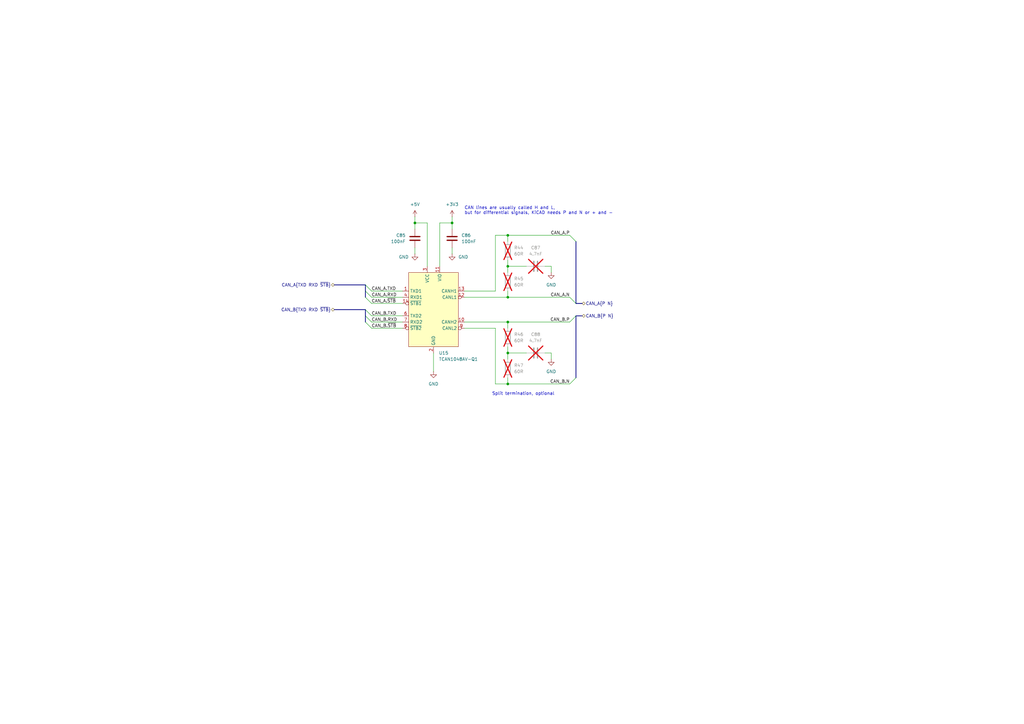
<source format=kicad_sch>
(kicad_sch (version 20231120) (generator "eeschema") (generator_version "8.0")
  (paper "A3")
  (title_block (title "CAN PHY - NO TERMINATION") (date "2024-08-28") (rev "1") (company "Magnus Oksbøl Therkelsen") (comment 1 "Author: Magnus Oksbøl Therkelsen") (comment 2 "Checked by: "))
  (lib_symbols
    (symbol "Device:C" (pin_numbers hide) (pin_names (offset 0.254))
      (property "Reference" "C" (at 0.635 2.54 0))
      (property "Value" "C" (at 0.635 -2.54 0))
      (symbol "C_0_1"
        (polyline (pts (xy -2.032 -0.762) (xy 2.032 -0.762)) (stroke (width 0.508)))
        (polyline (pts (xy -2.032 0.762) (xy 2.032 0.762)) (stroke (width 0.508)))
      )
      (symbol "C_1_1"
        (pin passive line (at 0 3.81 270) (length 2.794) (name "~") (number "1"))
        (pin passive line (at 0 -3.81 90) (length 2.794) (name "~") (number "2"))
      )
    )
    (symbol "Device:R" (pin_numbers hide) (pin_names (offset 0))
      (property "Reference" "R" (at 2.032 0 90))
      (property "Value" "R" (at 0 0 90))
      (symbol "R_0_1"
        (rectangle (start -1.016 -2.54) (end 1.016 2.54) (stroke (width 0.254)))
      )
      (symbol "R_1_1"
        (pin passive line (at 0 3.81 270) (length 1.27) (name "~") (number "1"))
        (pin passive line (at 0 -3.81 90) (length 1.27) (name "~") (number "2"))
      )
    )
    (symbol "cubesat_rp2040:TCAN1048AV-Q1"
      (property "Reference" "U" (at -10.16 17.78 0))
      (property "Value" "TCAN1048AV-Q1" (at 10.414 -17.78 0))
      (symbol "TCAN1048AV-Q1_0_0"
        (pin input line (at -12.7 7.62 0) (length 2.54) (name "TXD1") (number "1"))
        (pin bidirectional line (at 12.7 -5.08 180) (length 2.54) (name "CANH2") (number "10"))
        (pin power_in line (at 2.54 17.78 270) (length 2.54) (name "VIO") (number "11"))
        (pin bidirectional line (at 12.7 7.62 180) (length 2.54) (name "CANH1") (number "13"))
        (pin power_in line (at -2.54 17.78 270) (length 2.54) (name "VCC") (number "3"))
        (pin output line (at -12.7 5.08 0) (length 2.54) (name "RXD1") (number "4"))
        (pin power_in line (at 0 -17.78 90) (length 2.54) hide (name "GND") (number "5"))
        (pin input line (at -12.7 -2.54 0) (length 2.54) (name "TXD2") (number "6"))
        (pin output line (at -12.7 -5.08 0) (length 2.54) (name "RXD2") (number "7"))
        (pin bidirectional inverted (at 12.7 -7.62 180) (length 2.54) (name "CANL2") (number "9"))
      )
      (symbol "TCAN1048AV-Q1_1_0"
        (pin bidirectional inverted (at 12.7 5.08 180) (length 2.54) (name "CANL1") (number "12"))
        (pin input inverted (at -12.7 2.54 0) (length 2.54) (name "~{STB1}") (number "14"))
        (pin passive line (at 0 -17.78 90) (length 2.54) hide (name "EP") (number "15"))
        (pin power_in line (at 0 -17.78 90) (length 2.54) (name "GND") (number "2"))
        (pin input inverted (at -12.7 -7.62 0) (length 2.54) (name "~{STB2}") (number "8"))
      )
      (symbol "TCAN1048AV-Q1_1_1"
        (rectangle (start -10.16 15.24) (end 10.16 -15.24) (fill (type background)))
      )
    )
    (symbol "power:+3V3" (power) (pin_numbers hide) (pin_names (offset 0) hide)
      (property "Value" "+3V3" (at 0 3.556 0))
      (symbol "+3V3_0_1"
        (polyline (pts (xy -0.762 1.27) (xy 0 2.54)))
        (polyline (pts (xy 0 0) (xy 0 2.54)))
        (polyline (pts (xy 0 2.54) (xy 0.762 1.27)))
      )
      (symbol "+3V3_1_1"
        (pin power_in line (at 0 0 90) (length 0) (name "~") (number "1"))
      )
    )
    (symbol "power:+5V" (power) (pin_numbers hide) (pin_names (offset 0) hide)
      (property "Value" "+5V" (at 0 3.556 0))
      (symbol "+5V_0_1"
        (polyline (pts (xy -0.762 1.27) (xy 0 2.54)))
        (polyline (pts (xy 0 0) (xy 0 2.54)))
        (polyline (pts (xy 0 2.54) (xy 0.762 1.27)))
      )
      (symbol "+5V_1_1"
        (pin power_in line (at 0 0 90) (length 0) (name "~") (number "1"))
      )
    )
    (symbol "power:GND" (power) (pin_numbers hide) (pin_names (offset 0) hide)
      (property "Value" "GND" (at 0 -3.81 0))
      (symbol "GND_0_1"
        (polyline (pts (xy 0 0) (xy 0 -1.27) (xy 1.27 -1.27) (xy 0 -2.54) (xy -1.27 -1.27) (xy 0 -1.27)))
      )
      (symbol "GND_1_1"
        (pin power_in line (at 0 0 270) (length 0) (name "~") (number "1"))
      )
    )
  )
  (junction (at 208.28 121.92))
  (junction (at 170.18 91.44))
  (junction (at 208.28 157.48))
  (junction (at 208.28 144.78))
  (junction (at 208.28 96.52))
  (junction (at 185.42 91.44))
  (junction (at 208.28 109.22))
  (junction (at 208.28 132.08))
  (bus_entry (at 152.4 134.62) (size -2.54 -2.54))
  (bus_entry (at 233.68 132.08) (size 2.54 -2.54))
  (bus_entry (at 152.4 129.54) (size -2.54 -2.54))
  (bus_entry (at 233.68 121.92) (size 2.54 2.54))
  (bus_entry (at 233.68 96.52) (size 2.54 2.54))
  (bus_entry (at 233.68 157.48) (size 2.54 -2.54))
  (bus_entry (at 152.4 119.38) (size -2.54 -2.54))
  (bus_entry (at 152.4 132.08) (size -2.54 -2.54))
  (bus_entry (at 152.4 121.92) (size -2.54 -2.54))
  (bus_entry (at 152.4 124.46) (size -2.54 -2.54))
  (wire (pts (xy 180.34 91.44) (xy 180.34 109.22)))
  (wire (pts (xy 208.28 142.24) (xy 208.28 144.78)))
  (wire (pts (xy 152.4 132.08) (xy 165.1 132.08)))
  (wire (pts (xy 180.34 91.44) (xy 185.42 91.44)))
  (wire (pts (xy 208.28 109.22) (xy 208.28 111.76)))
  (wire (pts (xy 226.06 144.78) (xy 226.06 147.32)))
  (wire (pts (xy 175.26 91.44) (xy 175.26 109.22)))
  (wire (pts (xy 170.18 88.9) (xy 170.18 91.44)))
  (wire (pts (xy 203.2 119.38) (xy 203.2 96.52)))
  (wire (pts (xy 208.28 144.78) (xy 208.28 147.32)))
  (wire (pts (xy 190.5 119.38) (xy 203.2 119.38)))
  (bus (pts (xy 137.16 116.84) (xy 149.86 116.84)))
  (wire (pts (xy 185.42 91.44) (xy 185.42 93.98)))
  (wire (pts (xy 185.42 88.9) (xy 185.42 91.44)))
  (wire (pts (xy 208.28 121.92) (xy 233.68 121.92)))
  (wire (pts (xy 152.4 119.38) (xy 165.1 119.38)))
  (wire (pts (xy 208.28 96.52) (xy 208.28 99.06)))
  (bus (pts (xy 236.22 129.54) (xy 236.22 154.94)))
  (wire (pts (xy 152.4 121.92) (xy 165.1 121.92)))
  (wire (pts (xy 208.28 157.48) (xy 233.68 157.48)))
  (wire (pts (xy 223.52 144.78) (xy 226.06 144.78)))
  (wire (pts (xy 203.2 157.48) (xy 203.2 134.62)))
  (wire (pts (xy 152.4 129.54) (xy 165.1 129.54)))
  (bus (pts (xy 149.86 132.08) (xy 149.86 129.54)))
  (bus (pts (xy 149.86 121.92) (xy 149.86 119.38)))
  (bus (pts (xy 236.22 99.06) (xy 236.22 124.46)))
  (wire (pts (xy 203.2 134.62) (xy 190.5 134.62)))
  (wire (pts (xy 208.28 96.52) (xy 233.68 96.52)))
  (wire (pts (xy 203.2 96.52) (xy 208.28 96.52)))
  (bus (pts (xy 137.16 127) (xy 149.86 127)))
  (wire (pts (xy 170.18 101.6) (xy 170.18 104.14)))
  (bus (pts (xy 149.86 119.38) (xy 149.86 116.84)))
  (wire (pts (xy 190.5 132.08) (xy 208.28 132.08)))
  (wire (pts (xy 208.28 132.08) (xy 208.28 134.62)))
  (wire (pts (xy 208.28 106.68) (xy 208.28 109.22)))
  (wire (pts (xy 208.28 119.38) (xy 208.28 121.92)))
  (wire (pts (xy 152.4 134.62) (xy 165.1 134.62)))
  (bus (pts (xy 149.86 129.54) (xy 149.86 127)))
  (wire (pts (xy 226.06 109.22) (xy 226.06 111.76)))
  (wire (pts (xy 203.2 157.48) (xy 208.28 157.48)))
  (wire (pts (xy 177.8 144.78) (xy 177.8 152.4)))
  (bus (pts (xy 236.22 129.54) (xy 238.76 129.54)))
  (wire (pts (xy 208.28 144.78) (xy 215.9 144.78)))
  (wire (pts (xy 208.28 109.22) (xy 215.9 109.22)))
  (wire (pts (xy 170.18 91.44) (xy 175.26 91.44)))
  (wire (pts (xy 152.4 124.46) (xy 165.1 124.46)))
  (wire (pts (xy 185.42 101.6) (xy 185.42 104.14)))
  (wire (pts (xy 190.5 121.92) (xy 208.28 121.92)))
  (wire (pts (xy 223.52 109.22) (xy 226.06 109.22)))
  (wire (pts (xy 208.28 154.94) (xy 208.28 157.48)))
  (wire (pts (xy 170.18 91.44) (xy 170.18 93.98)))
  (bus (pts (xy 236.22 124.46) (xy 238.76 124.46)))
  (wire (pts (xy 208.28 132.08) (xy 233.68 132.08)))
  (text "Split termination, optional" (at 214.63 161.544 0) (effects (font (size 1.27 1.27))))
  (text "CAN lines are usually called H and L, \nbut for differential signals, KiCAD needs P and N or + and -" (exclude_from_sim yes) (at 190.5 86.36 0) (effects (font (size 1.27 1.27)) (justify left)))
  (label "CAN_B.N" (at 233.68 157.48 180))
  (label "CAN_B.TXD" (at 152.4 129.54 0))
  (label "CAN_A.~{STB}" (at 152.4 124.46 0))
  (label "CAN_A.P" (at 233.68 96.52 180))
  (label "CAN_B.~{STB}" (at 152.4 134.62 0))
  (label "CAN_A.N" (at 233.68 121.92 180))
  (label "CAN_B.P" (at 233.68 132.08 180))
  (label "CAN_B.RXD" (at 152.4 132.08 0))
  (label "CAN_A.TXD" (at 152.4 119.38 0))
  (label "CAN_A.RXD" (at 152.4 121.92 0))
  (hierarchical_label "CAN_A{TXD RXD ~{STB}}" (shape bidirectional) (at 137.16 116.84 180))
  (hierarchical_label "CAN_B{P N}" (shape bidirectional) (at 238.76 129.54 0))
  (hierarchical_label "CAN_A{P N}" (shape bidirectional) (at 238.76 124.46 0))
  (hierarchical_label "CAN_B{TXD RXD ~{STB}}" (shape bidirectional) (at 137.16 127 180))
  (symbol (lib_id "power:GND") (at 185.42 104.14 0) (unit 1)
    (property "Reference" "#PWR090" (effects (hide yes)))
    (property "Value" "GND" (at 187.96 105.4099 0) (effects (justify left)))
    (property "Description" "Power symbol creates a global label with name \"GND\" , ground" (effects (hide yes)))
    (instances (project "cubesat_rp2040" (path "" (reference "#PWR083") (unit 1)) (path "" (reference "#PWR090") (unit 1)) (path "" (reference "#PWR076") (unit 1))))
  )
  (symbol (lib_id "Device:R") (at 208.28 151.13 180) (unit 1) (dnp yes)
    (property "Reference" "R51" (at 210.82 149.8599 0) (effects (justify right)))
    (property "Value" "60R" (at 210.82 152.3999 0) (effects (justify right)))
    (property "Footprint" "cubesat_rp2040:R_0402_1005Metric" (effects (hide yes)))
    (property "Description" "Resistor" (effects (hide yes)))
    (property "Manufacturer_Name" "UNI-ROYAL(Uniroyal Elec)" (effects (hide yes)))
    (property "Manufacturer_Part_Number" "0402WGF604JTCE" (effects (hide yes)))
    (property "MANUFACTURER" "Vishay" (effects (hide yes)))
    (property "LCSC_Part_Number" "C60310" (effects (hide yes)))
    (instances (project "cubesat_rp2040" (path "" (reference "R47") (unit 1)) (path "" (reference "R51") (unit 1)) (path "" (reference "R43") (unit 1))))
  )
  (symbol (lib_id "power:+5V") (at 170.18 88.9 0) (unit 1)
    (property "Reference" "#PWR086" (effects (hide yes)))
    (property "Value" "+5V" (at 170.18 83.82 0))
    (property "Description" "Power symbol creates a global label with name \"+5V\"" (effects (hide yes)))
    (instances (project "cubesat_rp2040" (path "" (reference "#PWR079") (unit 1)) (path "" (reference "#PWR086") (unit 1)) (path "" (reference "#PWR072") (unit 1))))
  )
  (symbol (lib_id "power:GND") (at 170.18 104.14 0) (unit 1)
    (property "Reference" "#PWR087" (effects (hide yes)))
    (property "Value" "GND" (at 167.64 105.4099 0) (effects (justify right)))
    (property "Description" "Power symbol creates a global label with name \"GND\" , ground" (effects (hide yes)))
    (instances (project "cubesat_rp2040" (path "" (reference "#PWR080") (unit 1)) (path "" (reference "#PWR087") (unit 1)) (path "" (reference "#PWR073") (unit 1))))
  )
  (symbol (lib_id "Device:C") (at 170.18 97.79 0) (unit 1)
    (property "Reference" "C89" (at 166.37 96.5199 0) (effects (justify right)))
    (property "Value" "100nF" (at 166.37 99.0599 0) (effects (justify right)))
    (property "Footprint" "cubesat_rp2040:C_0402_1005Metric" (effects (hide yes)))
    (property "Description" "Unpolarized capacitor" (effects (hide yes)))
    (property "Manufacturer_Name" "Samsung Electro-Mechanics" (effects (hide yes)))
    (property "Manufacturer_Part_Number" "CL05B104KB5NNNC" (effects (hide yes)))
    (property "MANUFACTURER" "Samsung Electro-Mechanics" (effects (hide yes)))
    (property "LCSC_Part_Number" "C960916" (effects (hide yes)))
    (instances (project "cubesat_rp2040" (path "" (reference "C85") (unit 1)) (path "" (reference "C89") (unit 1)) (path "" (reference "C81") (unit 1))))
  )
  (symbol (lib_id "Device:R") (at 208.28 102.87 0) (unit 1) (dnp yes)
    (property "Reference" "R48" (at 210.82 101.5999 0) (effects (justify left)))
    (property "Value" "60R" (at 210.82 104.1399 0) (effects (justify left)))
    (property "Footprint" "cubesat_rp2040:R_0402_1005Metric" (effects (hide yes)))
    (property "Description" "Resistor" (effects (hide yes)))
    (property "Manufacturer_Name" "UNI-ROYAL(Uniroyal Elec)" (effects (hide yes)))
    (property "Manufacturer_Part_Number" "0402WGF604JTCE" (effects (hide yes)))
    (property "MANUFACTURER" "Vishay" (effects (hide yes)))
    (property "LCSC_Part_Number" "C60310" (effects (hide yes)))
    (instances (project "cubesat_rp2040" (path "" (reference "R44") (unit 1)) (path "" (reference "R48") (unit 1)) (path "" (reference "R40") (unit 1))))
  )
  (symbol (lib_id "power:+3V3") (at 185.42 88.9 0) (unit 1)
    (property "Reference" "#PWR089" (effects (hide yes)))
    (property "Value" "+3V3" (at 185.42 83.82 0))
    (property "Description" "Power symbol creates a global label with name \"+3V3\"" (effects (hide yes)))
    (instances (project "cubesat_rp2040" (path "" (reference "#PWR082") (unit 1)) (path "" (reference "#PWR089") (unit 1)) (path "" (reference "#PWR075") (unit 1))))
  )
  (symbol (lib_id "Device:C") (at 185.42 97.79 0) (unit 1)
    (property "Reference" "C90" (at 189.23 96.5199 0) (effects (justify left)))
    (property "Value" "100nF" (at 189.23 99.0599 0) (effects (justify left)))
    (property "Footprint" "cubesat_rp2040:C_0402_1005Metric" (effects (hide yes)))
    (property "Description" "Unpolarized capacitor" (effects (hide yes)))
    (property "Manufacturer_Name" "Samsung Electro-Mechanics" (effects (hide yes)))
    (property "Manufacturer_Part_Number" "CL05B104KB5NNNC" (effects (hide yes)))
    (property "MANUFACTURER" "Samsung Electro-Mechanics" (effects (hide yes)))
    (property "LCSC_Part_Number" "C960916" (effects (hide yes)))
    (instances (project "cubesat_rp2040" (path "" (reference "C86") (unit 1)) (path "" (reference "C90") (unit 1)) (path "" (reference "C82") (unit 1))))
  )
  (symbol (lib_id "cubesat_rp2040:TCAN1048AV-Q1") (at 177.8 127 0) (unit 1)
    (property "Reference" "U16" (at 179.9941 144.78 0) (effects (justify left)))
    (property "Value" "TCAN1048AV-Q1" (at 179.9941 147.32 0) (effects (justify left)))
    (property "Footprint" "cubesat_rp2040:SOT1086-2_HVSON14_4.5x3x0.85mm_P0.65mm" (effects (hide yes)))
    (property "Datasheet" "https://www.ti.com/document-viewer/TCAN1048AV-Q1/datasheet" (effects (hide yes)))
    (property "Description" "TCAN104xAV-Q1 Automotive Dual CAN FD Transceiver with 1.8-V I/O Support and Standby Mode" (effects (hide yes)))
    (property "LCSC_Part_Number" "C5215834" (effects (hide yes)))
    (property "Manufacturer_Name" "Texas Instruments" (effects (hide yes)))
    (property "Manufacturer_Part_Number" "TCAN1048AVDMTRQ1" (effects (hide yes)))
    (instances (project "cubesat_rp2040" (path "" (reference "U15") (unit 1)) (path "" (reference "U16") (unit 1)) (path "" (reference "U14") (unit 1))))
  )
  (symbol (lib_id "Device:C") (at 219.71 109.22 270) (unit 1) (dnp yes)
    (property "Reference" "C91" (at 219.71 101.6 90))
    (property "Value" "4.7nF" (at 219.71 104.14 90))
    (property "Footprint" "cubesat_rp2040:C_0402_1005Metric" (effects (hide yes)))
    (property "Description" "Unpolarized capacitor" (effects (hide yes)))
    (property "MANUFACTURER" "Samsung Electro-Mechanics" (effects (hide yes)))
    (property "Manufacturer_Name" "Samsung Electro-Mechanics" (effects (hide yes)))
    (property "Manufacturer_Part_Number" "CL05B472KB5NNNC" (effects (hide yes)))
    (property "LCSC_Part_Number" "C84705" (effects (hide yes)))
    (instances (project "cubesat_rp2040" (path "" (reference "C87") (unit 1)) (path "" (reference "C91") (unit 1)) (path "" (reference "C83") (unit 1))))
  )
  (symbol (lib_id "power:GND") (at 177.8 152.4 0) (unit 1)
    (property "Reference" "#PWR088" (effects (hide yes)))
    (property "Value" "GND" (at 177.8 157.48 0))
    (property "Description" "Power symbol creates a global label with name \"GND\" , ground" (effects (hide yes)))
    (instances (project "cubesat_rp2040" (path "" (reference "#PWR081") (unit 1)) (path "" (reference "#PWR088") (unit 1)) (path "" (reference "#PWR074") (unit 1))))
  )
  (symbol (lib_id "Device:C") (at 219.71 144.78 270) (unit 1) (dnp yes)
    (property "Reference" "C92" (at 219.71 137.16 90))
    (property "Value" "4.7nF" (at 219.71 139.7 90))
    (property "Footprint" "cubesat_rp2040:C_0402_1005Metric" (effects (hide yes)))
    (property "Description" "Unpolarized capacitor" (effects (hide yes)))
    (property "MANUFACTURER" "Samsung Electro-Mechanics" (effects (hide yes)))
    (property "Manufacturer_Name" "Samsung Electro-Mechanics" (effects (hide yes)))
    (property "Manufacturer_Part_Number" "CL05B472KB5NNNC" (effects (hide yes)))
    (property "LCSC_Part_Number" "C84705" (effects (hide yes)))
    (instances (project "cubesat_rp2040" (path "" (reference "C88") (unit 1)) (path "" (reference "C92") (unit 1)) (path "" (reference "C84") (unit 1))))
  )
  (symbol (lib_id "power:GND") (at 226.06 111.76 0) (unit 1)
    (property "Reference" "#PWR091" (effects (hide yes)))
    (property "Value" "GND" (at 226.06 116.84 0))
    (property "Description" "Power symbol creates a global label with name \"GND\" , ground" (effects (hide yes)))
    (instances (project "cubesat_rp2040" (path "" (reference "#PWR084") (unit 1)) (path "" (reference "#PWR091") (unit 1)) (path "" (reference "#PWR077") (unit 1))))
  )
  (symbol (lib_id "power:GND") (at 226.06 147.32 0) (unit 1)
    (property "Reference" "#PWR092" (effects (hide yes)))
    (property "Value" "GND" (at 226.06 152.4 0))
    (property "Description" "Power symbol creates a global label with name \"GND\" , ground" (effects (hide yes)))
    (instances (project "cubesat_rp2040" (path "" (reference "#PWR085") (unit 1)) (path "" (reference "#PWR092") (unit 1)) (path "" (reference "#PWR078") (unit 1))))
  )
  (symbol (lib_id "Device:R") (at 208.28 138.43 0) (unit 1) (dnp yes)
    (property "Reference" "R50" (at 210.82 137.1599 0) (effects (justify left)))
    (property "Value" "60R" (at 210.82 139.6999 0) (effects (justify left)))
    (property "Footprint" "cubesat_rp2040:R_0402_1005Metric" (effects (hide yes)))
    (property "Description" "Resistor" (effects (hide yes)))
    (property "Manufacturer_Name" "UNI-ROYAL(Uniroyal Elec)" (effects (hide yes)))
    (property "Manufacturer_Part_Number" "0402WGF604JTCE" (effects (hide yes)))
    (property "MANUFACTURER" "Vishay" (effects (hide yes)))
    (property "LCSC_Part_Number" "C60310" (effects (hide yes)))
    (instances (project "cubesat_rp2040" (path "" (reference "R46") (unit 1)) (path "" (reference "R50") (unit 1)) (path "" (reference "R42") (unit 1))))
  )
  (symbol (lib_id "Device:R") (at 208.28 115.57 180) (unit 1) (dnp yes)
    (property "Reference" "R49" (at 210.82 114.2999 0) (effects (justify right)))
    (property "Value" "60R" (at 210.82 116.8399 0) (effects (justify right)))
    (property "Footprint" "cubesat_rp2040:R_0402_1005Metric" (effects (hide yes)))
    (property "Description" "Resistor" (effects (hide yes)))
    (property "Manufacturer_Name" "UNI-ROYAL(Uniroyal Elec)" (effects (hide yes)))
    (property "Manufacturer_Part_Number" "0402WGF604JTCE" (effects (hide yes)))
    (property "MANUFACTURER" "Vishay" (effects (hide yes)))
    (property "LCSC_Part_Number" "C60310" (effects (hide yes)))
    (instances (project "cubesat_rp2040" (path "" (reference "R45") (unit 1)) (path "" (reference "R49") (unit 1)) (path "" (reference "R41") (unit 1))))
  )
)
</source>
